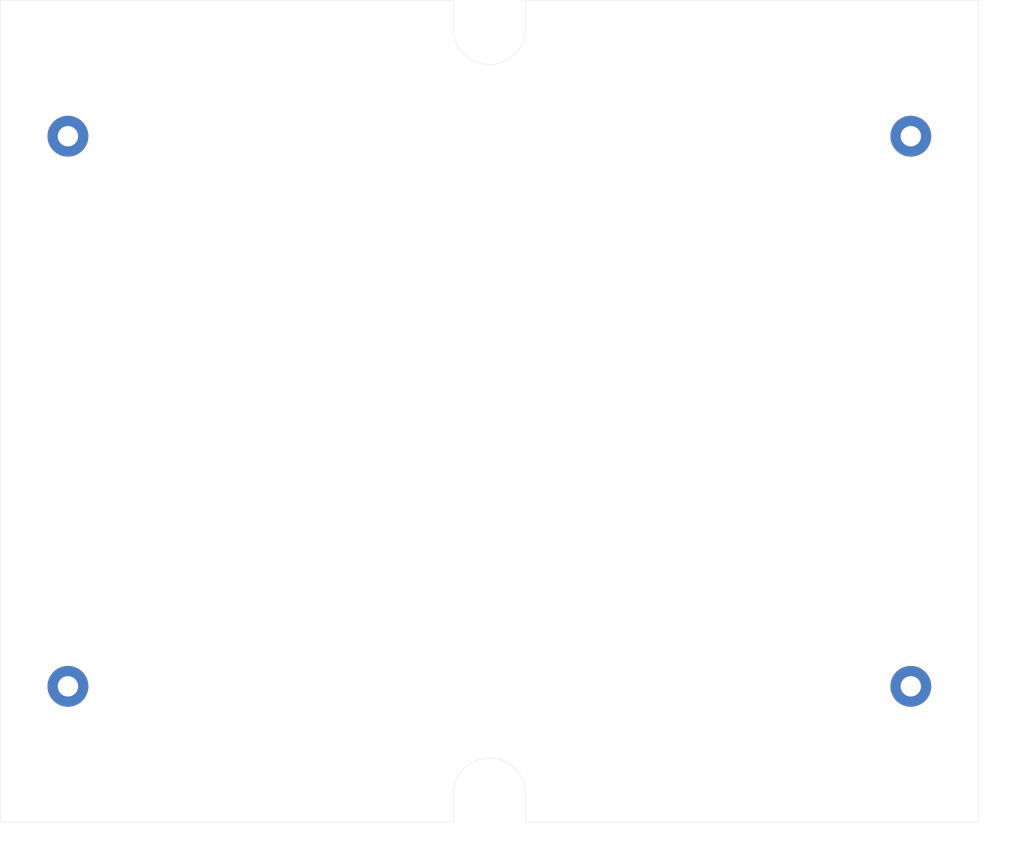
<source format=kicad_pcb>
(kicad_pcb (version 20171130) (host pcbnew "(5.1.4)-1")

  (general
    (thickness 1.6)
    (drawings 14)
    (tracks 0)
    (zones 0)
    (modules 4)
    (nets 1)
  )

  (page A4)
  (layers
    (0 F.Cu signal)
    (31 B.Cu signal)
    (32 B.Adhes user)
    (33 F.Adhes user)
    (34 B.Paste user)
    (35 F.Paste user)
    (36 B.SilkS user)
    (37 F.SilkS user)
    (38 B.Mask user)
    (39 F.Mask user)
    (40 Dwgs.User user)
    (41 Cmts.User user)
    (42 Eco1.User user)
    (43 Eco2.User user)
    (44 Edge.Cuts user)
    (45 Margin user)
    (46 B.CrtYd user)
    (47 F.CrtYd user)
    (48 B.Fab user)
    (49 F.Fab user)
  )

  (setup
    (last_trace_width 0.25)
    (trace_clearance 0.2)
    (zone_clearance 0.508)
    (zone_45_only no)
    (trace_min 0.2)
    (via_size 0.8)
    (via_drill 0.4)
    (via_min_size 0.4)
    (via_min_drill 0.3)
    (uvia_size 0.3)
    (uvia_drill 0.1)
    (uvias_allowed no)
    (uvia_min_size 0.2)
    (uvia_min_drill 0.1)
    (edge_width 0.05)
    (segment_width 0.2)
    (pcb_text_width 0.3)
    (pcb_text_size 1.5 1.5)
    (mod_edge_width 0.12)
    (mod_text_size 1 1)
    (mod_text_width 0.15)
    (pad_size 7 7)
    (pad_drill 3.5)
    (pad_to_mask_clearance 0.051)
    (solder_mask_min_width 0.25)
    (aux_axis_origin 15 156)
    (visible_elements 7FFFFFFF)
    (pcbplotparams
      (layerselection 0x010fc_ffffffff)
      (usegerberextensions false)
      (usegerberattributes false)
      (usegerberadvancedattributes false)
      (creategerberjobfile false)
      (excludeedgelayer true)
      (linewidth 0.100000)
      (plotframeref false)
      (viasonmask false)
      (mode 1)
      (useauxorigin false)
      (hpglpennumber 1)
      (hpglpenspeed 20)
      (hpglpendiameter 15.000000)
      (psnegative false)
      (psa4output false)
      (plotreference true)
      (plotvalue true)
      (plotinvisibletext false)
      (padsonsilk false)
      (subtractmaskfromsilk false)
      (outputformat 1)
      (mirror false)
      (drillshape 1)
      (scaleselection 1)
      (outputdirectory ""))
  )

  (net 0 "")

  (net_class Default "This is the default net class."
    (clearance 0.2)
    (trace_width 0.25)
    (via_dia 0.8)
    (via_drill 0.4)
    (uvia_dia 0.3)
    (uvia_drill 0.1)
  )

  (module MountingHole:MountingHole_3.5mm_Pad (layer F.Cu) (tedit 5D7425A2) (tstamp 5D747297)
    (at 26.58 38.3)
    (descr "Mounting Hole 3.5mm")
    (tags "mounting hole 3.5mm")
    (attr virtual)
    (fp_text reference ~ (at 0 -4.5) (layer F.SilkS) hide
      (effects (font (size 1 1) (thickness 0.15)))
    )
    (fp_text value ~ (at 0 4.5) (layer F.Fab) hide
      (effects (font (size 1 1) (thickness 0.15)))
    )
    (fp_text user %R (at 0.3 0) (layer F.Fab)
      (effects (font (size 1 1) (thickness 0.15)))
    )
    (fp_circle (center 0 0) (end 3.5 0) (layer Cmts.User) (width 0.15))
    (fp_circle (center 0 0) (end 3.75 0) (layer F.CrtYd) (width 0.05))
    (pad ~ thru_hole circle (at 0 0) (size 7 7) (drill 3.5) (layers *.Cu *.Mask))
  )

  (module MountingHole:MountingHole_3.5mm_Pad (layer F.Cu) (tedit 5D7425A2) (tstamp 5D747278)
    (at 26.58 132.7)
    (descr "Mounting Hole 3.5mm")
    (tags "mounting hole 3.5mm")
    (attr virtual)
    (fp_text reference ~ (at 0 -4.5) (layer F.SilkS) hide
      (effects (font (size 1 1) (thickness 0.15)))
    )
    (fp_text value ~ (at 0 4.5) (layer F.Fab) hide
      (effects (font (size 1 1) (thickness 0.15)))
    )
    (fp_circle (center 0 0) (end 3.75 0) (layer F.CrtYd) (width 0.05))
    (fp_circle (center 0 0) (end 3.5 0) (layer Cmts.User) (width 0.15))
    (fp_text user %R (at 0.3 0) (layer F.Fab)
      (effects (font (size 1 1) (thickness 0.15)))
    )
    (pad ~ thru_hole circle (at 0 0) (size 7 7) (drill 3.5) (layers *.Cu *.Mask))
  )

  (module MountingHole:MountingHole_3.5mm_Pad (layer F.Cu) (tedit 5D7425A2) (tstamp 5D747269)
    (at 171.22 38.3)
    (descr "Mounting Hole 3.5mm")
    (tags "mounting hole 3.5mm")
    (attr virtual)
    (fp_text reference ~ (at 0 -4.5) (layer F.SilkS) hide
      (effects (font (size 1 1) (thickness 0.15)))
    )
    (fp_text value ~ (at 0 4.5) (layer F.Fab) hide
      (effects (font (size 1 1) (thickness 0.15)))
    )
    (fp_text user %R (at 0.3 0) (layer F.Fab)
      (effects (font (size 1 1) (thickness 0.15)))
    )
    (fp_circle (center 0 0) (end 3.5 0) (layer Cmts.User) (width 0.15))
    (fp_circle (center 0 0) (end 3.75 0) (layer F.CrtYd) (width 0.05))
    (pad ~ thru_hole circle (at 0 0) (size 7 7) (drill 3.5) (layers *.Cu *.Mask))
  )

  (module MountingHole:MountingHole_3.5mm_Pad (layer F.Cu) (tedit 5D7425A2) (tstamp 5D74724C)
    (at 171.22 132.7)
    (descr "Mounting Hole 3.5mm")
    (tags "mounting hole 3.5mm")
    (attr virtual)
    (fp_text reference ~ (at 0 -4.5) (layer F.SilkS) hide
      (effects (font (size 1 1) (thickness 0.15)))
    )
    (fp_text value ~ (at 0 4.5) (layer F.Fab) hide
      (effects (font (size 1 1) (thickness 0.15)))
    )
    (fp_circle (center 0 0) (end 3.75 0) (layer F.CrtYd) (width 0.05))
    (fp_circle (center 0 0) (end 3.5 0) (layer Cmts.User) (width 0.15))
    (fp_text user %R (at 0.3 0) (layer F.Fab)
      (effects (font (size 1 1) (thickness 0.15)))
    )
    (pad ~ thru_hole circle (at 0 0) (size 7 7) (drill 3.5) (layers *.Cu *.Mask))
  )

  (gr_line (start 105.1 156) (end 182.8 156) (layer Edge.Cuts) (width 0.05) (tstamp 5D7472E1))
  (gr_arc (start 98.9 151.2) (end 105.1 151.2) (angle -180) (layer Edge.Cuts) (width 0.05) (tstamp 5D7472D9))
  (gr_line (start 92.7 151.2) (end 92.7 156) (layer Edge.Cuts) (width 0.05) (tstamp 5D7472D4))
  (gr_line (start 105.1 151.2) (end 105.1 156) (layer Edge.Cuts) (width 0.05) (tstamp 5D7472D0))
  (gr_line (start 105.1 15) (end 182.8 15) (layer Edge.Cuts) (width 0.05) (tstamp 5D7472CE))
  (gr_arc (start 98.9 19.8) (end 92.7 19.8) (angle -180) (layer Edge.Cuts) (width 0.05))
  (gr_line (start 92.7 15) (end 92.7 19.8) (layer Edge.Cuts) (width 0.05) (tstamp 5D7472B1))
  (gr_line (start 105.1 15) (end 105.1 19.8) (layer Edge.Cuts) (width 0.05))
  (dimension 141 (width 0.15) (layer Dwgs.User)
    (gr_text "141,000 mm" (at 189.3 85.5 90) (layer Dwgs.User)
      (effects (font (size 1 1) (thickness 0.15)))
    )
    (feature1 (pts (xy 182.8 15) (xy 188.586421 15)))
    (feature2 (pts (xy 182.8 156) (xy 188.586421 156)))
    (crossbar (pts (xy 188 156) (xy 188 15)))
    (arrow1a (pts (xy 188 15) (xy 188.586421 16.126504)))
    (arrow1b (pts (xy 188 15) (xy 187.413579 16.126504)))
    (arrow2a (pts (xy 188 156) (xy 188.586421 154.873496)))
    (arrow2b (pts (xy 188 156) (xy 187.413579 154.873496)))
  )
  (dimension 167.8 (width 0.15) (layer Dwgs.User)
    (gr_text "167,800 mm" (at 98.9 162.3) (layer Dwgs.User)
      (effects (font (size 1 1) (thickness 0.15)))
    )
    (feature1 (pts (xy 182.8 156) (xy 182.8 161.586421)))
    (feature2 (pts (xy 15 156) (xy 15 161.586421)))
    (crossbar (pts (xy 15 161) (xy 182.8 161)))
    (arrow1a (pts (xy 182.8 161) (xy 181.673496 161.586421)))
    (arrow1b (pts (xy 182.8 161) (xy 181.673496 160.413579)))
    (arrow2a (pts (xy 15 161) (xy 16.126504 161.586421)))
    (arrow2b (pts (xy 15 161) (xy 16.126504 160.413579)))
  )
  (gr_line (start 182.8 156) (end 182.8 15) (layer Edge.Cuts) (width 0.05) (tstamp 5D747223))
  (gr_line (start 15 15) (end 15 156) (layer Edge.Cuts) (width 0.05) (tstamp 5D747222))
  (gr_line (start 15 156) (end 92.7 156) (layer Edge.Cuts) (width 0.05) (tstamp 5D74721F))
  (gr_line (start 15 15) (end 92.7 15) (layer Edge.Cuts) (width 0.05))

)

</source>
